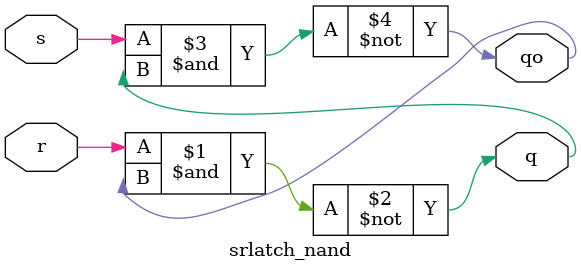
<source format=sv>
module srlatch_nand(s,r,q,qo);
  input s,r;
  output q,qo;
  assign q = ~(r&qo);
  assign qo = ~(s&q);
endmodule

</source>
